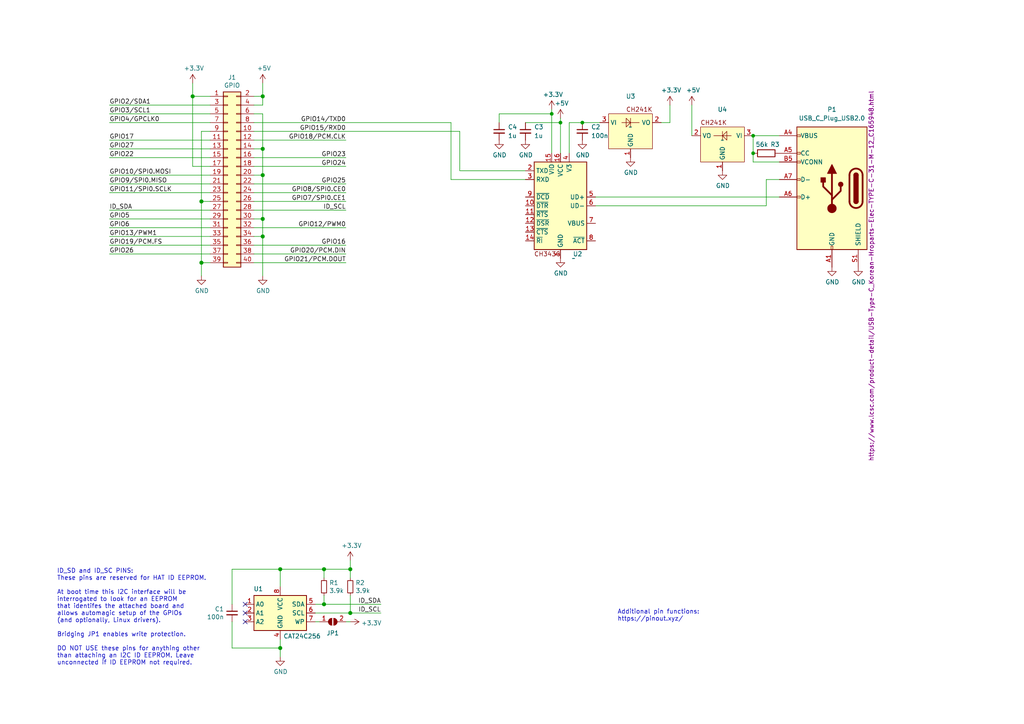
<source format=kicad_sch>
(kicad_sch (version 20230121) (generator eeschema)
  (paper "A4")
  (title_block (date "15 nov 2012"))
  (lib_symbols
    (symbol "Connector:USB_C_Plug_USB2.0" (pin_names (offset 1.016))
      (property "Reference" "P" (at -10.16 19.05 0))
      (property "Value" "USB_C_Plug_USB2.0" (at 12.7 19.05 0))
      (symbol "USB_C_Plug_USB2.0_0_0"
        (rectangle (start -0.254 -17.78) (end 0.254 -16.764))
        (rectangle (start 10.16 -2.286) (end 9.144 -2.794))
        (rectangle (start 10.16 2.794) (end 9.144 2.286))
        (rectangle (start 10.16 7.874) (end 9.144 7.366))
        (rectangle (start 10.16 10.414) (end 9.144 9.906))
        (rectangle (start 10.16 15.494) (end 9.144 14.986))
      )
      (symbol "USB_C_Plug_USB2.0_0_1"
        (rectangle (start -10.16 17.78) (end 10.16 -17.78) (stroke (width 0.254)) (fill (type background)))
        (arc (start -8.89 -3.81) (mid -6.985 -5.7067) (end -5.08 -3.81) (stroke (width 0.508)))
        (arc (start -7.62 -3.81) (mid -6.985 -4.4423) (end -6.35 -3.81) (stroke (width 0.254)))
        (arc (start -7.62 -3.81) (mid -6.985 -4.4423) (end -6.35 -3.81) (stroke (width 0.254)) (fill (type outline)))
        (rectangle (start -7.62 -3.81) (end -6.35 3.81) (stroke (width 0.254)) (fill (type outline)))
        (arc (start -6.35 3.81) (mid -6.985 4.4423) (end -7.62 3.81) (stroke (width 0.254)))
        (arc (start -6.35 3.81) (mid -6.985 4.4423) (end -7.62 3.81) (stroke (width 0.254)) (fill (type outline)))
        (arc (start -5.08 3.81) (mid -6.985 5.7067) (end -8.89 3.81) (stroke (width 0.508)))
        (circle (center -2.54 1.143) (radius 0.635) (stroke (width 0.254)) (fill (type outline)))
        (circle (center 0 -5.842) (radius 1.27) (fill (type outline)))
        (polyline (pts (xy -8.89 -3.81) (xy -8.89 3.81)) (stroke (width 0.508)))
        (polyline (pts (xy -5.08 3.81) (xy -5.08 -3.81)) (stroke (width 0.508)))
        (polyline (pts (xy 0 -5.842) (xy 0 4.318)) (stroke (width 0.508)))
        (polyline (pts (xy 0 -3.302) (xy -2.54 -0.762) (xy -2.54 0.508)) (stroke (width 0.508)))
        (polyline (pts (xy 0 -2.032) (xy 2.54 0.508) (xy 2.54 1.778)) (stroke (width 0.508)))
        (polyline (pts (xy -1.27 4.318) (xy 0 6.858) (xy 1.27 4.318) (xy -1.27 4.318)) (stroke (width 0.254)) (fill (type outline)))
        (rectangle (start 1.905 1.778) (end 3.175 3.048) (stroke (width 0.254)) (fill (type outline)))
      )
      (symbol "USB_C_Plug_USB2.0_1_1"
        (pin passive line (at 0 -22.86 90) (length 5.08) (name "GND") (number "A1"))
        (pin passive line (at 0 -22.86 90) (length 5.08) hide (name "GND") (number "A12"))
        (pin passive line (at 15.24 15.24 180) (length 5.08) (name "VBUS") (number "A4"))
        (pin bidirectional line (at 15.24 10.16 180) (length 5.08) (name "CC") (number "A5"))
        (pin bidirectional line (at 15.24 -2.54 180) (length 5.08) (name "D+") (number "A6"))
        (pin bidirectional line (at 15.24 2.54 180) (length 5.08) (name "D-") (number "A7"))
        (pin passive line (at 15.24 15.24 180) (length 5.08) hide (name "VBUS") (number "A9"))
        (pin passive line (at 0 -22.86 90) (length 5.08) hide (name "GND") (number "B1"))
        (pin passive line (at 0 -22.86 90) (length 5.08) hide (name "GND") (number "B12"))
        (pin passive line (at 15.24 15.24 180) (length 5.08) hide (name "VBUS") (number "B4"))
        (pin bidirectional line (at 15.24 7.62 180) (length 5.08) (name "VCONN") (number "B5"))
        (pin passive line (at 15.24 15.24 180) (length 5.08) hide (name "VBUS") (number "B9"))
        (pin passive line (at -7.62 -22.86 90) (length 5.08) (name "SHIELD") (number "S1"))
      )
    )
    (symbol "Connector_Generic:Conn_02x20_Odd_Even" (pin_names (offset 1.016) hide)
      (property "Reference" "J" (at 1.27 25.4 0))
      (property "Value" "Conn_02x20_Odd_Even" (at 1.27 -27.94 0))
      (symbol "Conn_02x20_Odd_Even_1_1"
        (rectangle (start -1.27 -25.273) (end 0 -25.527) (stroke (width 0.1524)))
        (rectangle (start -1.27 -22.733) (end 0 -22.987) (stroke (width 0.1524)))
        (rectangle (start -1.27 -20.193) (end 0 -20.447) (stroke (width 0.1524)))
        (rectangle (start -1.27 -17.653) (end 0 -17.907) (stroke (width 0.1524)))
        (rectangle (start -1.27 -15.113) (end 0 -15.367) (stroke (width 0.1524)))
        (rectangle (start -1.27 -12.573) (end 0 -12.827) (stroke (width 0.1524)))
        (rectangle (start -1.27 -10.033) (end 0 -10.287) (stroke (width 0.1524)))
        (rectangle (start -1.27 -7.493) (end 0 -7.747) (stroke (width 0.1524)))
        (rectangle (start -1.27 -4.953) (end 0 -5.207) (stroke (width 0.1524)))
        (rectangle (start -1.27 -2.413) (end 0 -2.667) (stroke (width 0.1524)))
        (rectangle (start -1.27 0.127) (end 0 -0.127) (stroke (width 0.1524)))
        (rectangle (start -1.27 2.667) (end 0 2.413) (stroke (width 0.1524)))
        (rectangle (start -1.27 5.207) (end 0 4.953) (stroke (width 0.1524)))
        (rectangle (start -1.27 7.747) (end 0 7.493) (stroke (width 0.1524)))
        (rectangle (start -1.27 10.287) (end 0 10.033) (stroke (width 0.1524)))
        (rectangle (start -1.27 12.827) (end 0 12.573) (stroke (width 0.1524)))
        (rectangle (start -1.27 15.367) (end 0 15.113) (stroke (width 0.1524)))
        (rectangle (start -1.27 17.907) (end 0 17.653) (stroke (width 0.1524)))
        (rectangle (start -1.27 20.447) (end 0 20.193) (stroke (width 0.1524)))
        (rectangle (start -1.27 22.987) (end 0 22.733) (stroke (width 0.1524)))
        (rectangle (start -1.27 24.13) (end 3.81 -26.67) (stroke (width 0.254)) (fill (type background)))
        (rectangle (start 3.81 -25.273) (end 2.54 -25.527) (stroke (width 0.1524)))
        (rectangle (start 3.81 -22.733) (end 2.54 -22.987) (stroke (width 0.1524)))
        (rectangle (start 3.81 -20.193) (end 2.54 -20.447) (stroke (width 0.1524)))
        (rectangle (start 3.81 -17.653) (end 2.54 -17.907) (stroke (width 0.1524)))
        (rectangle (start 3.81 -15.113) (end 2.54 -15.367) (stroke (width 0.1524)))
        (rectangle (start 3.81 -12.573) (end 2.54 -12.827) (stroke (width 0.1524)))
        (rectangle (start 3.81 -10.033) (end 2.54 -10.287) (stroke (width 0.1524)))
        (rectangle (start 3.81 -7.493) (end 2.54 -7.747) (stroke (width 0.1524)))
        (rectangle (start 3.81 -4.953) (end 2.54 -5.207) (stroke (width 0.1524)))
        (rectangle (start 3.81 -2.413) (end 2.54 -2.667) (stroke (width 0.1524)))
        (rectangle (start 3.81 0.127) (end 2.54 -0.127) (stroke (width 0.1524)))
        (rectangle (start 3.81 2.667) (end 2.54 2.413) (stroke (width 0.1524)))
        (rectangle (start 3.81 5.207) (end 2.54 4.953) (stroke (width 0.1524)))
        (rectangle (start 3.81 7.747) (end 2.54 7.493) (stroke (width 0.1524)))
        (rectangle (start 3.81 10.287) (end 2.54 10.033) (stroke (width 0.1524)))
        (rectangle (start 3.81 12.827) (end 2.54 12.573) (stroke (width 0.1524)))
        (rectangle (start 3.81 15.367) (end 2.54 15.113) (stroke (width 0.1524)))
        (rectangle (start 3.81 17.907) (end 2.54 17.653) (stroke (width 0.1524)))
        (rectangle (start 3.81 20.447) (end 2.54 20.193) (stroke (width 0.1524)))
        (rectangle (start 3.81 22.987) (end 2.54 22.733) (stroke (width 0.1524)))
        (pin passive line (at -5.08 22.86 0) (length 3.81) (name "Pin_1") (number "1"))
        (pin passive line (at 7.62 12.7 180) (length 3.81) (name "Pin_10") (number "10"))
        (pin passive line (at -5.08 10.16 0) (length 3.81) (name "Pin_11") (number "11"))
        (pin passive line (at 7.62 10.16 180) (length 3.81) (name "Pin_12") (number "12"))
        (pin passive line (at -5.08 7.62 0) (length 3.81) (name "Pin_13") (number "13"))
        (pin passive line (at 7.62 7.62 180) (length 3.81) (name "Pin_14") (number "14"))
        (pin passive line (at -5.08 5.08 0) (length 3.81) (name "Pin_15") (number "15"))
        (pin passive line (at 7.62 5.08 180) (length 3.81) (name "Pin_16") (number "16"))
        (pin passive line (at -5.08 2.54 0) (length 3.81) (name "Pin_17") (number "17"))
        (pin passive line (at 7.62 2.54 180) (length 3.81) (name "Pin_18") (number "18"))
        (pin passive line (at -5.08 0 0) (length 3.81) (name "Pin_19") (number "19"))
        (pin passive line (at 7.62 22.86 180) (length 3.81) (name "Pin_2") (number "2"))
        (pin passive line (at 7.62 0 180) (length 3.81) (name "Pin_20") (number "20"))
        (pin passive line (at -5.08 -2.54 0) (length 3.81) (name "Pin_21") (number "21"))
        (pin passive line (at 7.62 -2.54 180) (length 3.81) (name "Pin_22") (number "22"))
        (pin passive line (at -5.08 -5.08 0) (length 3.81) (name "Pin_23") (number "23"))
        (pin passive line (at 7.62 -5.08 180) (length 3.81) (name "Pin_24") (number "24"))
        (pin passive line (at -5.08 -7.62 0) (length 3.81) (name "Pin_25") (number "25"))
        (pin passive line (at 7.62 -7.62 180) (length 3.81) (name "Pin_26") (number "26"))
        (pin passive line (at -5.08 -10.16 0) (length 3.81) (name "Pin_27") (number "27"))
        (pin passive line (at 7.62 -10.16 180) (length 3.81) (name "Pin_28") (number "28"))
        (pin passive line (at -5.08 -12.7 0) (length 3.81) (name "Pin_29") (number "29"))
        (pin passive line (at -5.08 20.32 0) (length 3.81) (name "Pin_3") (number "3"))
        (pin passive line (at 7.62 -12.7 180) (length 3.81) (name "Pin_30") (number "30"))
        (pin passive line (at -5.08 -15.24 0) (length 3.81) (name "Pin_31") (number "31"))
        (pin passive line (at 7.62 -15.24 180) (length 3.81) (name "Pin_32") (number "32"))
        (pin passive line (at -5.08 -17.78 0) (length 3.81) (name "Pin_33") (number "33"))
        (pin passive line (at 7.62 -17.78 180) (length 3.81) (name "Pin_34") (number "34"))
        (pin passive line (at -5.08 -20.32 0) (length 3.81) (name "Pin_35") (number "35"))
        (pin passive line (at 7.62 -20.32 180) (length 3.81) (name "Pin_36") (number "36"))
        (pin passive line (at -5.08 -22.86 0) (length 3.81) (name "Pin_37") (number "37"))
        (pin passive line (at 7.62 -22.86 180) (length 3.81) (name "Pin_38") (number "38"))
        (pin passive line (at -5.08 -25.4 0) (length 3.81) (name "Pin_39") (number "39"))
        (pin passive line (at 7.62 20.32 180) (length 3.81) (name "Pin_4") (number "4"))
        (pin passive line (at 7.62 -25.4 180) (length 3.81) (name "Pin_40") (number "40"))
        (pin passive line (at -5.08 17.78 0) (length 3.81) (name "Pin_5") (number "5"))
        (pin passive line (at 7.62 17.78 180) (length 3.81) (name "Pin_6") (number "6"))
        (pin passive line (at -5.08 15.24 0) (length 3.81) (name "Pin_7") (number "7"))
        (pin passive line (at 7.62 15.24 180) (length 3.81) (name "Pin_8") (number "8"))
        (pin passive line (at -5.08 12.7 0) (length 3.81) (name "Pin_9") (number "9"))
      )
    )
    (symbol "Device:C_Small" (pin_numbers hide) (pin_names (offset 0.254) hide)
      (property "Reference" "C" (at 0.254 1.778 0))
      (property "Value" "C_Small" (at 0.254 -2.032 0))
      (symbol "C_Small_0_1"
        (polyline (pts (xy -1.524 -0.508) (xy 1.524 -0.508)) (stroke (width 0.3302)))
        (polyline (pts (xy -1.524 0.508) (xy 1.524 0.508)) (stroke (width 0.3048)))
      )
      (symbol "C_Small_1_1"
        (pin passive line (at 0 2.54 270) (length 2.032) (name "~") (number "1"))
        (pin passive line (at 0 -2.54 90) (length 2.032) (name "~") (number "2"))
      )
    )
    (symbol "Device:R" (pin_numbers hide) (pin_names (offset 0))
      (property "Reference" "R" (at 2.032 0 90))
      (property "Value" "R" (at 0 0 90))
      (symbol "R_0_1"
        (rectangle (start -1.016 -2.54) (end 1.016 2.54) (stroke (width 0.254)))
      )
      (symbol "R_1_1"
        (pin passive line (at 0 3.81 270) (length 1.27) (name "~") (number "1"))
        (pin passive line (at 0 -3.81 90) (length 1.27) (name "~") (number "2"))
      )
    )
    (symbol "Device:R_Small" (pin_numbers hide) (pin_names (offset 0.254) hide)
      (property "Reference" "R" (at 0.762 0.508 0))
      (property "Value" "R_Small" (at 0.762 -1.016 0))
      (symbol "R_Small_0_1"
        (rectangle (start -0.762 1.778) (end 0.762 -1.778) (stroke (width 0.2032)))
      )
      (symbol "R_Small_1_1"
        (pin passive line (at 0 2.54 270) (length 0.762) (name "~") (number "1"))
        (pin passive line (at 0 -2.54 90) (length 0.762) (name "~") (number "2"))
      )
    )
    (symbol "Jumper:SolderJumper_2_Open" (pin_names (offset 0) hide)
      (property "Reference" "JP" (at 0 2.032 0))
      (property "Value" "SolderJumper_2_Open" (at 0 -2.54 0))
      (symbol "SolderJumper_2_Open_0_1"
        (arc (start -0.254 1.016) (mid -1.2656 0) (end -0.254 -1.016))
        (arc (start -0.254 1.016) (mid -1.2656 0) (end -0.254 -1.016) (fill (type outline)))
        (polyline (pts (xy -0.254 1.016) (xy -0.254 -1.016)))
        (polyline (pts (xy 0.254 1.016) (xy 0.254 -1.016)))
        (arc (start 0.254 -1.016) (mid 1.2656 0) (end 0.254 1.016))
        (arc (start 0.254 -1.016) (mid 1.2656 0) (end 0.254 1.016) (fill (type outline)))
      )
      (symbol "SolderJumper_2_Open_1_1"
        (pin passive line (at -3.81 0 0) (length 2.54) (name "A") (number "1"))
        (pin passive line (at 3.81 0 180) (length 2.54) (name "B") (number "2"))
      )
    )
    (symbol "Memory_EEPROM:CAT24C256"
      (property "Reference" "U" (at -6.35 6.35 0))
      (property "Value" "CAT24C256" (at 1.27 6.35 0))
      (symbol "CAT24C256_1_1"
        (rectangle (start -7.62 5.08) (end 7.62 -5.08) (stroke (width 0.254)) (fill (type background)))
        (pin input line (at -10.16 2.54 0) (length 2.54) (name "A0") (number "1"))
        (pin input line (at -10.16 0 0) (length 2.54) (name "A1") (number "2"))
        (pin input line (at -10.16 -2.54 0) (length 2.54) (name "A2") (number "3"))
        (pin power_in line (at 0 -7.62 90) (length 2.54) (name "GND") (number "4"))
        (pin bidirectional line (at 10.16 2.54 180) (length 2.54) (name "SDA") (number "5"))
        (pin input line (at 10.16 0 180) (length 2.54) (name "SCL") (number "6"))
        (pin input line (at 10.16 -2.54 180) (length 2.54) (name "WP") (number "7"))
        (pin power_in line (at 0 7.62 270) (length 2.54) (name "VCC") (number "8"))
      )
    )
    (symbol "local:CH241K"
      (property "Reference" "U" (at -5.08 5.08 0))
      (symbol "CH241K_1_1"
        (rectangle (start -6.35 3.81) (end 6.35 -6.35) (fill (type background)))
        (polyline (pts (xy 2.54 1.27) (xy -2.54 1.27) (xy -1.27 1.27) (xy -1.27 2.54) (xy 0 1.27) (xy -1.27 0) (xy -1.27 1.27) (xy 0 1.27) (xy 0 2.54) (xy 0 0)))
        (text "CH241K" (at 2.54 5.08 0) (effects (font (size 1.27 1.27))))
        (pin power_in line (at 0 -8.89 90) (length 2.54) (name "GND") (number "1"))
        (pin power_out line (at 8.89 1.27 180) (length 2.54) (name "VO") (number "2"))
        (pin power_in line (at -8.89 1.27 0) (length 2.54) (name "VI") (number "3"))
      )
    )
    (symbol "local:CH343g"
      (property "Reference" "U" (at -6.35 13.97 0))
      (symbol "CH343g_0_1"
        (rectangle (start -7.62 12.7) (end 7.62 -12.7) (stroke (width 0.254)) (fill (type background)))
      )
      (symbol "CH343g_1_1"
        (text "CH343G" (at 3.81 -13.97 0) (effects (font (size 1.27 1.27))))
        (pin power_in line (at 0 -15.24 90) (length 2.54) (name "GND") (number "1"))
        (pin input line (at 10.16 0 180) (length 2.54) (name "~{DTR}") (number "10"))
        (pin input line (at 10.16 -2.54 180) (length 2.54) (name "~{RTS}") (number "11"))
        (pin input line (at 10.16 -5.08 180) (length 2.54) (name "~{DSR}") (number "12"))
        (pin output line (at 10.16 -7.62 180) (length 2.54) (name "~{CTS}") (number "13"))
        (pin output line (at 10.16 -10.16 180) (length 2.54) (name "~{RI}") (number "14"))
        (pin power_in line (at 2.54 15.24 270) (length 2.54) (name "VIO") (number "15"))
        (pin power_in line (at 0 15.24 270) (length 2.54) (name "VCC") (number "16"))
        (pin output line (at 10.16 10.16 180) (length 2.54) (name "TXD") (number "2"))
        (pin input line (at 10.16 7.62 180) (length 2.54) (name "RXD") (number "3"))
        (pin power_out line (at -2.54 15.24 270) (length 2.54) (name "V3") (number "4"))
        (pin bidirectional line (at -10.16 2.54 0) (length 2.54) (name "UD+") (number "5"))
        (pin bidirectional line (at -10.16 0 0) (length 2.54) (name "UD-") (number "6"))
        (pin output line (at -10.16 -5.08 0) (length 2.54) (name "VBUS") (number "7"))
        (pin output line (at -10.16 -10.16 0) (length 2.54) (name "~{ACT}") (number "8"))
        (pin input line (at 10.16 2.54 180) (length 2.54) (name "~{DCD}") (number "9"))
      )
    )
    (symbol "power:+3.3V" (power) (pin_names (offset 0))
      (property "Value" "+3.3V" (at 0 3.556 0))
      (symbol "+3.3V_0_1"
        (polyline (pts (xy -0.762 1.27) (xy 0 2.54)))
        (polyline (pts (xy 0 0) (xy 0 2.54)))
        (polyline (pts (xy 0 2.54) (xy 0.762 1.27)))
      )
      (symbol "+3.3V_1_1"
        (pin power_in line (at 0 0 90) (length 0) hide (name "+3.3V") (number "1"))
      )
    )
    (symbol "power:+5V" (power) (pin_names (offset 0))
      (property "Value" "+5V" (at 0 3.556 0))
      (symbol "+5V_0_1"
        (polyline (pts (xy -0.762 1.27) (xy 0 2.54)))
        (polyline (pts (xy 0 0) (xy 0 2.54)))
        (polyline (pts (xy 0 2.54) (xy 0.762 1.27)))
      )
      (symbol "+5V_1_1"
        (pin power_in line (at 0 0 90) (length 0) hide (name "+5V") (number "1"))
      )
    )
    (symbol "power:GND" (power) (pin_names (offset 0))
      (property "Value" "GND" (at 0 -3.81 0))
      (symbol "GND_0_1"
        (polyline (pts (xy 0 0) (xy 0 -1.27) (xy 1.27 -1.27) (xy 0 -2.54) (xy -1.27 -1.27) (xy 0 -1.27)))
      )
      (symbol "GND_1_1"
        (pin power_in line (at 0 0 270) (length 0) hide (name "GND") (number "1"))
      )
    )
  )
  (junction (at 76.2 63.5) (diameter 1.016))
  (junction (at 101.6 165.1) (diameter 1.016))
  (junction (at 55.88 27.94) (diameter 1.016))
  (junction (at 218.44 39.37))
  (junction (at 76.2 68.58) (diameter 1.016))
  (junction (at 93.98 175.26) (diameter 1.016))
  (junction (at 162.56 35.56))
  (junction (at 58.42 58.42) (diameter 1.016))
  (junction (at 168.91 35.56))
  (junction (at 218.44 44.45))
  (junction (at 76.2 50.8) (diameter 1.016))
  (junction (at 76.2 43.18) (diameter 1.016))
  (junction (at 93.98 165.1) (diameter 1.016))
  (junction (at 81.28 187.96) (diameter 1.016))
  (junction (at 81.28 165.1) (diameter 1.016))
  (junction (at 160.02 33.02))
  (junction (at 58.42 76.2) (diameter 1.016))
  (junction (at 76.2 27.94) (diameter 1.016))
  (junction (at 101.6 177.8) (diameter 1.016))
  (no_connect (at 71.12 175.26))
  (no_connect (at 71.12 177.8))
  (no_connect (at 71.12 180.34))
  (wire (pts (xy 58.42 58.42) (xy 58.42 76.2)))
  (wire (pts (xy 73.66 58.42) (xy 100.33 58.42)))
  (wire (pts (xy 60.96 40.64) (xy 31.75 40.64)))
  (wire (pts (xy 81.28 165.1) (xy 93.98 165.1)))
  (wire (pts (xy 101.6 165.1) (xy 93.98 165.1)))
  (wire (pts (xy 101.6 167.64) (xy 101.6 165.1)))
  (wire (pts (xy 76.2 33.02) (xy 76.2 43.18)))
  (wire (pts (xy 76.2 50.8) (xy 73.66 50.8)))
  (wire (pts (xy 160.02 31.75) (xy 160.02 33.02)))
  (wire (pts (xy 152.4 35.56) (xy 162.56 35.56)))
  (wire (pts (xy 76.2 63.5) (xy 76.2 68.58)))
  (wire (pts (xy 191.77 35.56) (xy 194.31 35.56)))
  (wire (pts (xy 200.66 30.48) (xy 200.66 39.37)))
  (wire (pts (xy 160.02 33.02) (xy 160.02 44.45)))
  (wire (pts (xy 76.2 50.8) (xy 76.2 63.5)))
  (wire (pts (xy 73.66 35.56) (xy 130.81 35.56)))
  (wire (pts (xy 58.42 38.1) (xy 58.42 58.42)))
  (wire (pts (xy 91.44 175.26) (xy 93.98 175.26)))
  (wire (pts (xy 93.98 175.26) (xy 110.49 175.26)))
  (wire (pts (xy 58.42 38.1) (xy 60.96 38.1)))
  (wire (pts (xy 91.44 180.34) (xy 92.71 180.34)))
  (wire (pts (xy 100.33 180.34) (xy 101.6 180.34)))
  (wire (pts (xy 168.91 35.56) (xy 165.1 35.56)))
  (wire (pts (xy 73.66 55.88) (xy 100.33 55.88)))
  (wire (pts (xy 60.96 60.96) (xy 31.75 60.96)))
  (wire (pts (xy 31.75 63.5) (xy 60.96 63.5)))
  (wire (pts (xy 58.42 58.42) (xy 60.96 58.42)))
  (wire (pts (xy 101.6 162.56) (xy 101.6 165.1)))
  (wire (pts (xy 73.66 45.72) (xy 100.33 45.72)))
  (wire (pts (xy 81.28 165.1) (xy 81.28 170.18)))
  (wire (pts (xy 162.56 34.29) (xy 162.56 35.56)))
  (wire (pts (xy 73.66 76.2) (xy 100.33 76.2)))
  (wire (pts (xy 58.42 76.2) (xy 58.42 80.01)))
  (wire (pts (xy 31.75 43.18) (xy 60.96 43.18)))
  (wire (pts (xy 101.6 172.72) (xy 101.6 177.8)))
  (wire (pts (xy 55.88 24.13) (xy 55.88 27.94)))
  (wire (pts (xy 222.25 52.07) (xy 226.06 52.07)))
  (wire (pts (xy 226.06 46.99) (xy 218.44 46.99)))
  (wire (pts (xy 162.56 35.56) (xy 162.56 44.45)))
  (wire (pts (xy 76.2 68.58) (xy 73.66 68.58)))
  (wire (pts (xy 31.75 33.02) (xy 60.96 33.02)))
  (wire (pts (xy 31.75 55.88) (xy 60.96 55.88)))
  (wire (pts (xy 55.88 48.26) (xy 60.96 48.26)))
  (wire (pts (xy 60.96 30.48) (xy 31.75 30.48)))
  (wire (pts (xy 76.2 27.94) (xy 76.2 30.48)))
  (wire (pts (xy 152.4 52.07) (xy 130.81 52.07)))
  (wire (pts (xy 76.2 43.18) (xy 76.2 50.8)))
  (wire (pts (xy 73.66 40.64) (xy 100.33 40.64)))
  (wire (pts (xy 76.2 43.18) (xy 73.66 43.18)))
  (wire (pts (xy 76.2 24.13) (xy 76.2 27.94)))
  (wire (pts (xy 31.75 35.56) (xy 60.96 35.56)))
  (wire (pts (xy 93.98 165.1) (xy 93.98 167.64)))
  (wire (pts (xy 165.1 35.56) (xy 165.1 44.45)))
  (wire (pts (xy 76.2 27.94) (xy 73.66 27.94)))
  (wire (pts (xy 55.88 27.94) (xy 55.88 48.26)))
  (wire (pts (xy 218.44 39.37) (xy 226.06 39.37)))
  (wire (pts (xy 73.66 48.26) (xy 100.33 48.26)))
  (wire (pts (xy 73.66 38.1) (xy 133.35 38.1)))
  (wire (pts (xy 93.98 172.72) (xy 93.98 175.26)))
  (wire (pts (xy 91.44 177.8) (xy 101.6 177.8)))
  (wire (pts (xy 101.6 177.8) (xy 110.49 177.8)))
  (wire (pts (xy 144.78 33.02) (xy 160.02 33.02)))
  (wire (pts (xy 31.75 45.72) (xy 60.96 45.72)))
  (wire (pts (xy 31.75 53.34) (xy 60.96 53.34)))
  (wire (pts (xy 31.75 66.04) (xy 60.96 66.04)))
  (wire (pts (xy 76.2 30.48) (xy 73.66 30.48)))
  (wire (pts (xy 31.75 71.12) (xy 60.96 71.12)))
  (wire (pts (xy 73.66 71.12) (xy 100.33 71.12)))
  (wire (pts (xy 133.35 49.53) (xy 152.4 49.53)))
  (wire (pts (xy 73.66 66.04) (xy 100.33 66.04)))
  (wire (pts (xy 58.42 76.2) (xy 60.96 76.2)))
  (wire (pts (xy 133.35 38.1) (xy 133.35 49.53)))
  (wire (pts (xy 73.66 73.66) (xy 100.33 73.66)))
  (wire (pts (xy 172.72 59.69) (xy 222.25 59.69)))
  (wire (pts (xy 172.72 57.15) (xy 226.06 57.15)))
  (wire (pts (xy 76.2 33.02) (xy 73.66 33.02)))
  (wire (pts (xy 144.78 35.56) (xy 144.78 33.02)))
  (wire (pts (xy 31.75 73.66) (xy 60.96 73.66)))
  (wire (pts (xy 194.31 35.56) (xy 194.31 30.48)))
  (wire (pts (xy 173.99 35.56) (xy 168.91 35.56)))
  (wire (pts (xy 67.31 165.1) (xy 67.31 175.26)))
  (wire (pts (xy 67.31 180.34) (xy 67.31 187.96)))
  (wire (pts (xy 67.31 187.96) (xy 81.28 187.96)))
  (wire (pts (xy 81.28 165.1) (xy 67.31 165.1)))
  (wire (pts (xy 81.28 185.42) (xy 81.28 187.96)))
  (wire (pts (xy 81.28 187.96) (xy 81.28 190.5)))
  (wire (pts (xy 222.25 59.69) (xy 222.25 52.07)))
  (wire (pts (xy 76.2 68.58) (xy 76.2 80.01)))
  (wire (pts (xy 73.66 53.34) (xy 100.33 53.34)))
  (wire (pts (xy 60.96 68.58) (xy 31.75 68.58)))
  (wire (pts (xy 76.2 63.5) (xy 73.66 63.5)))
  (wire (pts (xy 218.44 39.37) (xy 218.44 44.45)))
  (wire (pts (xy 55.88 27.94) (xy 60.96 27.94)))
  (wire (pts (xy 130.81 52.07) (xy 130.81 35.56)))
  (wire (pts (xy 60.96 50.8) (xy 31.75 50.8)))
  (wire (pts (xy 73.66 60.96) (xy 100.33 60.96)))
  (wire (pts (xy 218.44 46.99) (xy 218.44 44.45)))
  (text "ID_SD and ID_SC PINS:\nThese pins are reserved for HAT ID EEPROM.\n\nAt boot time this I2C interface will be\ninterrogated to look for an EEPROM\nthat identifes the attached board and\nallows automagic setup of the GPIOs\n(and optionally, Linux drivers).\n\nBridging JP1 enables write protection.\n\nDO NOT USE these pins for anything other\nthan attaching an I2C ID EEPROM. Leave\nunconnected if ID EEPROM not required." (at 16.51 193.04 0) (effects (font (size 1.27 1.27)) (justify left bottom)))
  (text "Additional pin functions:\nhttps://pinout.xyz/" (at 179.07 180.34 0) (effects (font (size 1.27 1.27)) (justify left bottom)))
  (label "ID_SDA" (at 31.75 60.96 0))
  (label "GPIO6" (at 31.75 66.04 0))
  (label "ID_SDA" (at 110.49 175.26 180))
  (label "ID_SCL" (at 100.33 60.96 180))
  (label "GPIO5" (at 31.75 63.5 0))
  (label "GPIO21{slash}PCM.DOUT" (at 100.33 76.2 180))
  (label "GPIO19{slash}PCM.FS" (at 31.75 71.12 0))
  (label "GPIO10{slash}SPI0.MOSI" (at 31.75 50.8 0))
  (label "GPIO9{slash}SPI0.MISO" (at 31.75 53.34 0))
  (label "GPIO23" (at 100.33 45.72 180))
  (label "GPIO4{slash}GPCLK0" (at 31.75 35.56 0))
  (label "GPIO27" (at 31.75 43.18 0))
  (label "GPIO26" (at 31.75 73.66 0))
  (label "GPIO14{slash}TXD0" (at 100.33 35.56 180))
  (label "GPIO8{slash}SPI0.CE0" (at 100.33 55.88 180))
  (label "GPIO15{slash}RXD0" (at 100.33 38.1 180))
  (label "GPIO16" (at 100.33 71.12 180))
  (label "GPIO22" (at 31.75 45.72 0))
  (label "GPIO2{slash}SDA1" (at 31.75 30.48 0))
  (label "GPIO17" (at 31.75 40.64 0))
  (label "GPIO25" (at 100.33 53.34 180))
  (label "GPIO3{slash}SCL1" (at 31.75 33.02 0))
  (label "GPIO18{slash}PCM.CLK" (at 100.33 40.64 180))
  (label "GPIO12{slash}PWM0" (at 100.33 66.04 180))
  (label "GPIO13{slash}PWM1" (at 31.75 68.58 0))
  (label "GPIO20{slash}PCM.DIN" (at 100.33 73.66 180))
  (label "GPIO24" (at 100.33 48.26 180))
  (label "GPIO7{slash}SPI0.CE1" (at 100.33 58.42 180))
  (label "ID_SCL" (at 110.49 177.8 180))
  (label "GPIO11{slash}SPI0.SCLK" (at 31.75 55.88 0))
  (symbol (lib_id "power:+5V") (at 76.2 24.13 0) (unit 1)
    (property "Reference" "#PWR01" (effects hide))
    (property "Value" "+5V" (at 76.5683 19.8056 0))
  )
  (symbol (lib_id "power:+3.3V") (at 55.88 24.13 0) (unit 1)
    (property "Reference" "#PWR04" (effects hide))
    (property "Value" "+3.3V" (at 56.2483 19.8056 0))
  )
  (symbol (lib_id "power:GND") (at 76.2 80.01 0) (unit 1)
    (property "Reference" "#PWR02" (effects hide))
    (property "Value" "GND" (at 76.3143 84.3344 0))
  )
  (symbol (lib_id "power:GND") (at 58.42 80.01 0) (unit 1)
    (property "Reference" "#PWR03" (effects hide))
    (property "Value" "GND" (at 58.5343 84.3344 0))
  )
  (symbol (lib_id "Connector_Generic:Conn_02x20_Odd_Even") (at 66.04 50.8 0) (unit 1)
    (property "Reference" "J1" (at 67.31 22.4598 0))
    (property "Value" "GPIO" (at 67.31 24.765 0))
    (property "Footprint" "Connector_PinSocket_2.54mm:PinSocket_2x20_P2.54mm_Vertical" (effects hide))
  )
  (symbol (lib_id "power:+5V") (at 162.56 34.29 0) (unit 1)
    (property "Reference" "#PWR07" (effects hide))
    (property "Value" "+5V" (at 162.9283 29.9656 0))
  )
  (symbol (lib_id "Device:C_Small") (at 67.31 177.8 0) (unit 1)
    (property "Reference" "C1" (at 64.9858 176.6506 0) (effects (justify right)))
    (property "Value" "100n" (at 64.9858 178.9493 0) (effects (justify right)))
  )
  (symbol (lib_id "Device:R") (at 222.25 44.45 90) (unit 1)
    (property "Reference" "R3" (at 224.79 41.91 90))
    (property "Value" "56k" (at 220.98 41.91 90))
    (property "Footprint" "Resistor_SMD:R_0805_2012Metric_Pad1.20x1.40mm_HandSolder" (effects hide))
  )
  (symbol (lib_id "power:GND") (at 162.56 74.93 0) (unit 1)
    (property "Reference" "#PWR011" (effects hide))
    (property "Value" "GND" (at 162.6743 79.2544 0))
  )
  (symbol (lib_id "power:GND") (at 248.92 77.47 0) (unit 1)
    (property "Reference" "#PWR015" (effects hide))
    (property "Value" "GND" (at 249.0343 81.7944 0))
  )
  (symbol (lib_id "Device:R_Small") (at 93.98 170.18 0) (unit 1)
    (property "Reference" "R1" (at 95.4786 169.037 0) (effects (justify left)))
    (property "Value" "3.9k" (at 95.4787 171.3293 0) (effects (justify left)))
  )
  (symbol (lib_id "Device:C_Small") (at 152.4 38.1 0) (unit 1)
    (property "Reference" "C3" (at 154.94 36.8363 0) (effects (justify left)))
    (property "Value" "1u" (at 154.94 39.3763 0) (effects (justify left)))
    (property "Footprint" "Capacitor_SMD:C_0805_2012Metric_Pad1.18x1.45mm_HandSolder" (effects hide))
  )
  (symbol (lib_id "Device:C_Small") (at 144.78 38.1 0) (unit 1)
    (property "Reference" "C4" (at 147.32 36.8363 0) (effects (justify left)))
    (property "Value" "1u" (at 147.32 39.3763 0) (effects (justify left)))
    (property "Footprint" "Capacitor_SMD:C_0805_2012Metric_Pad1.18x1.45mm_HandSolder" (effects hide))
  )
  (symbol (lib_id "power:+3.3V") (at 160.02 31.75 0) (unit 1)
    (property "Reference" "#PWR08" (effects hide))
    (property "Value" "+3.3V" (at 160.3883 27.4256 0))
  )
  (symbol (lib_id "Jumper:SolderJumper_2_Open") (at 96.52 180.34 0) (unit 1)
    (property "Reference" "JP1" (at 96.52 183.623 0))
    (property "Value" "ID_WP" (effects hide))
  )
  (symbol (lib_id "power:GND") (at 182.88 45.72 0) (unit 1)
    (property "Reference" "#PWR06" (effects hide))
    (property "Value" "GND" (at 182.9943 50.0444 0))
  )
  (symbol (lib_id "Device:R_Small") (at 101.6 170.18 0) (unit 1)
    (property "Reference" "R2" (at 103.0986 169.037 0) (effects (justify left)))
    (property "Value" "3.9k" (at 103.0987 171.3293 0) (effects (justify left)))
  )
  (symbol (lib_id "power:+3.3V") (at 101.6 162.56 0) (unit 1)
    (property "Reference" "#PWR0101" (effects hide))
    (property "Value" "+3.3V" (at 101.9683 158.2356 0))
  )
  (symbol (lib_id "power:GND") (at 144.78 40.64 0) (unit 1)
    (property "Reference" "#PWR016" (effects hide))
    (property "Value" "GND" (at 144.8943 44.9644 0))
  )
  (symbol (lib_id "local:CH343g") (at 162.56 59.69 0) (mirror y) (unit 1)
    (property "Reference" "U2" (at 168.91 73.66 0) (effects (justify left)))
    (property "Value" "~" (at 166.37 74.93 0))
    (property "Footprint" "Package_SO:SOIC-16_3.9x9.9mm_P1.27mm" (effects hide))
  )
  (symbol (lib_id "Memory_EEPROM:CAT24C256") (at 81.28 177.8 0) (unit 1)
    (property "Reference" "U1" (at 74.93 170.7958 0))
    (property "Value" "CAT24C256" (at 87.63 184.5245 0))
    (property "Datasheet" "https://www.onsemi.cn/PowerSolutions/document/CAT24C256-D.PDF" (effects hide))
  )
  (symbol (lib_id "power:GND") (at 168.91 40.64 0) (unit 1)
    (property "Reference" "#PWR010" (effects hide))
    (property "Value" "GND" (at 169.0243 44.9644 0))
  )
  (symbol (lib_id "power:GND") (at 81.28 190.5 0) (unit 1)
    (property "Reference" "#PWR0102" (effects hide))
    (property "Value" "GND" (at 81.3943 194.8244 0))
  )
  (symbol (lib_id "power:+5V") (at 200.66 30.48 0) (unit 1)
    (property "Reference" "#PWR012" (effects hide))
    (property "Value" "+5V" (at 201.0283 26.1556 0))
  )
  (symbol (lib_id "Connector:USB_C_Plug_USB2.0") (at 241.3 54.61 0) (mirror y) (unit 1)
    (property "Reference" "P1" (at 241.3 31.75 0))
    (property "Value" "USB_C_Plug_USB2.0" (at 241.3 34.29 0))
    (property "Footprint" "Connector_USB:USB_C_Receptacle_HRO_TYPE-C-31-M-12" (effects hide))
    (property "Datasheet" "https://www.usb.org/sites/default/files/documents/usb_type-c.zip" (effects hide))
    (property "Purchase" "https://www.lcsc.com/product-detail/USB-Type-C_Korean-Hroparts-Elec-TYPE-C-31-M-12_C165948.html" (at 252.73 80.01 90))
  )
  (symbol (lib_id "local:CH241K") (at 209.55 40.64 0) (mirror y) (unit 1)
    (property "Reference" "U4" (at 209.5247 31.75 0))
    (property "Value" "~" (at 209.55 40.64 0))
    (property "Footprint" "Package_TO_SOT_SMD:SOT-23-3" (effects hide))
  )
  (symbol (lib_id "power:+3.3V") (at 194.31 30.48 0) (unit 1)
    (property "Reference" "#PWR05" (effects hide))
    (property "Value" "+3.3V" (at 194.6783 26.1556 0))
  )
  (symbol (lib_id "power:GND") (at 209.55 49.53 0) (unit 1)
    (property "Reference" "#PWR013" (effects hide))
    (property "Value" "GND" (at 209.6643 53.8544 0))
  )
  (symbol (lib_id "power:+3.3V") (at 101.6 180.34 270) (unit 1)
    (property "Reference" "#PWR0103" (effects hide))
    (property "Value" "+3.3V" (at 104.7751 180.7083 90) (effects (justify left)))
  )
  (symbol (lib_id "power:GND") (at 241.3 77.47 0) (unit 1)
    (property "Reference" "#PWR014" (effects hide))
    (property "Value" "GND" (at 241.4143 81.7944 0))
  )
  (symbol (lib_id "power:GND") (at 152.4 40.64 0) (unit 1)
    (property "Reference" "#PWR09" (effects hide))
    (property "Value" "GND" (at 152.5143 44.9644 0))
  )
  (symbol (lib_id "Device:C_Small") (at 168.91 38.1 0) (unit 1)
    (property "Reference" "C2" (at 171.45 36.8363 0) (effects (justify left)))
    (property "Value" "100n" (at 171.45 39.3763 0) (effects (justify left)))
    (property "Footprint" "Capacitor_SMD:C_0805_2012Metric_Pad1.18x1.45mm_HandSolder" (effects hide))
  )
  (symbol (lib_id "local:CH241K") (at 182.88 36.83 0) (unit 1)
    (property "Reference" "U3" (at 182.9053 27.94 0))
    (property "Value" "~" (at 182.88 36.83 0))
    (property "Footprint" "Package_TO_SOT_SMD:SOT-23-3" (effects hide))
  )
)
</source>
